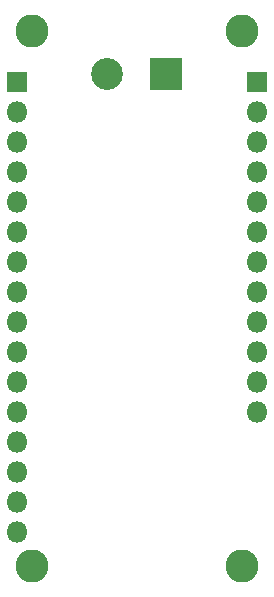
<source format=gbr>
%TF.GenerationSoftware,KiCad,Pcbnew,5.1.6-c6e7f7d~87~ubuntu18.04.1*%
%TF.CreationDate,2020-09-01T16:33:05-07:00*%
%TF.ProjectId,feather-power-supply-sw-smd,66656174-6865-4722-9d70-6f7765722d73,rev?*%
%TF.SameCoordinates,Original*%
%TF.FileFunction,Soldermask,Bot*%
%TF.FilePolarity,Negative*%
%FSLAX46Y46*%
G04 Gerber Fmt 4.6, Leading zero omitted, Abs format (unit mm)*
G04 Created by KiCad (PCBNEW 5.1.6-c6e7f7d~87~ubuntu18.04.1) date 2020-09-01 16:33:05*
%MOMM*%
%LPD*%
G01*
G04 APERTURE LIST*
%ADD10C,2.801600*%
%ADD11R,2.701600X2.701600*%
%ADD12C,2.701600*%
%ADD13O,1.801600X1.801600*%
%ADD14R,1.801600X1.801600*%
G04 APERTURE END LIST*
D10*
%TO.C,H4*%
X119100600Y-111760000D03*
%TD*%
%TO.C,H3*%
X136906000Y-111760000D03*
%TD*%
%TO.C,H2*%
X136906000Y-66421000D03*
%TD*%
%TO.C,H1*%
X119100600Y-66446400D03*
%TD*%
D11*
%TO.C,J1*%
X130467100Y-70116700D03*
D12*
X125467100Y-70116700D03*
%TD*%
D13*
%TO.C,J3*%
X117856000Y-108839000D03*
X117856000Y-106299000D03*
X117856000Y-103759000D03*
X117856000Y-101219000D03*
X117856000Y-98679000D03*
X117856000Y-96139000D03*
X117856000Y-93599000D03*
X117856000Y-91059000D03*
X117856000Y-88519000D03*
X117856000Y-85979000D03*
X117856000Y-83439000D03*
X117856000Y-80899000D03*
X117856000Y-78359000D03*
X117856000Y-75819000D03*
X117856000Y-73279000D03*
D14*
X117856000Y-70739000D03*
%TD*%
%TO.C,J2*%
X138176000Y-70739000D03*
D13*
X138176000Y-73279000D03*
X138176000Y-75819000D03*
X138176000Y-78359000D03*
X138176000Y-80899000D03*
X138176000Y-83439000D03*
X138176000Y-85979000D03*
X138176000Y-88519000D03*
X138176000Y-91059000D03*
X138176000Y-93599000D03*
X138176000Y-96139000D03*
X138176000Y-98679000D03*
%TD*%
M02*

</source>
